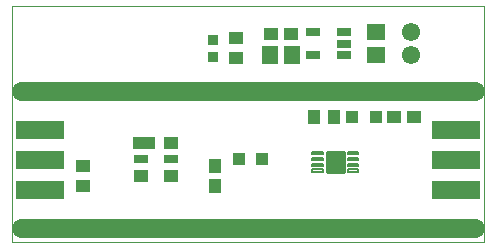
<source format=gts>
G75*
%MOIN*%
%OFA0B0*%
%FSLAX24Y24*%
%IPPOS*%
%LPD*%
%AMOC8*
5,1,8,0,0,1.08239X$1,22.5*
%
%ADD10C,0.0000*%
%ADD11C,0.0630*%
%ADD12R,0.0749X0.0434*%
%ADD13R,0.0512X0.0276*%
%ADD14R,0.0512X0.0434*%
%ADD15R,0.0473X0.0434*%
%ADD16R,0.0434X0.0473*%
%ADD17R,0.0434X0.0434*%
%ADD18R,0.0512X0.0257*%
%ADD19R,0.0552X0.0631*%
%ADD20R,0.0631X0.0552*%
%ADD21C,0.0610*%
%ADD22C,0.0158*%
%ADD23C,0.0079*%
%ADD24R,0.0355X0.0355*%
%ADD25R,0.1640X0.0640*%
D10*
X005775Y000139D02*
X005775Y008013D01*
X021523Y008013D01*
X021523Y000139D01*
X005775Y000139D01*
D11*
X006090Y000612D02*
X021208Y000612D01*
X021208Y005179D02*
X006090Y005179D01*
D12*
X010185Y003446D03*
D13*
X010067Y002895D03*
X011090Y002895D03*
D14*
X011090Y002344D03*
X010067Y002344D03*
X011090Y003446D03*
D15*
X008137Y002679D03*
X008137Y002009D03*
X013256Y006261D03*
X013256Y006931D03*
X014417Y007069D03*
X015086Y007069D03*
X018511Y004313D03*
X019181Y004313D03*
D16*
X016504Y004313D03*
X015834Y004313D03*
X012547Y002679D03*
X012547Y002009D03*
D17*
X013334Y002895D03*
X014122Y002895D03*
X017114Y004313D03*
X017901Y004313D03*
D18*
X016838Y006380D03*
X016838Y006754D03*
X016838Y007128D03*
X015815Y007128D03*
X015815Y006380D03*
D19*
X015126Y006360D03*
X014378Y006360D03*
D20*
X017901Y006380D03*
X017901Y007128D03*
D21*
X019082Y007147D03*
X019082Y006360D03*
D22*
X016327Y003122D02*
X016327Y002512D01*
X016327Y003122D02*
X016799Y003122D01*
X016799Y002512D01*
X016327Y002512D01*
X016327Y002669D02*
X016799Y002669D01*
X016799Y002826D02*
X016327Y002826D01*
X016327Y002983D02*
X016799Y002983D01*
D23*
X016975Y002955D02*
X016975Y002875D01*
X016975Y002955D02*
X017331Y002955D01*
X017331Y002875D01*
X016975Y002875D01*
X016975Y002953D02*
X017331Y002953D01*
X016975Y003072D02*
X016975Y003152D01*
X017331Y003152D01*
X017331Y003072D01*
X016975Y003072D01*
X016975Y003150D02*
X017331Y003150D01*
X016975Y002758D02*
X016975Y002678D01*
X016975Y002758D02*
X017331Y002758D01*
X017331Y002678D01*
X016975Y002678D01*
X016975Y002756D02*
X017331Y002756D01*
X016975Y002561D02*
X016975Y002481D01*
X016975Y002561D02*
X017331Y002561D01*
X017331Y002481D01*
X016975Y002481D01*
X016975Y002559D02*
X017331Y002559D01*
X015794Y002561D02*
X015794Y002481D01*
X015794Y002561D02*
X016150Y002561D01*
X016150Y002481D01*
X015794Y002481D01*
X015794Y002559D02*
X016150Y002559D01*
X015794Y002678D02*
X015794Y002758D01*
X016150Y002758D01*
X016150Y002678D01*
X015794Y002678D01*
X015794Y002756D02*
X016150Y002756D01*
X015794Y002875D02*
X015794Y002955D01*
X016150Y002955D01*
X016150Y002875D01*
X015794Y002875D01*
X015794Y002953D02*
X016150Y002953D01*
X015794Y003072D02*
X015794Y003152D01*
X016150Y003152D01*
X016150Y003072D01*
X015794Y003072D01*
X015794Y003150D02*
X016150Y003150D01*
D24*
X012468Y006301D03*
X012468Y006891D03*
D25*
X006720Y003891D03*
X006720Y002891D03*
X006720Y001891D03*
X020578Y001891D03*
X020578Y002891D03*
X020578Y003891D03*
M02*

</source>
